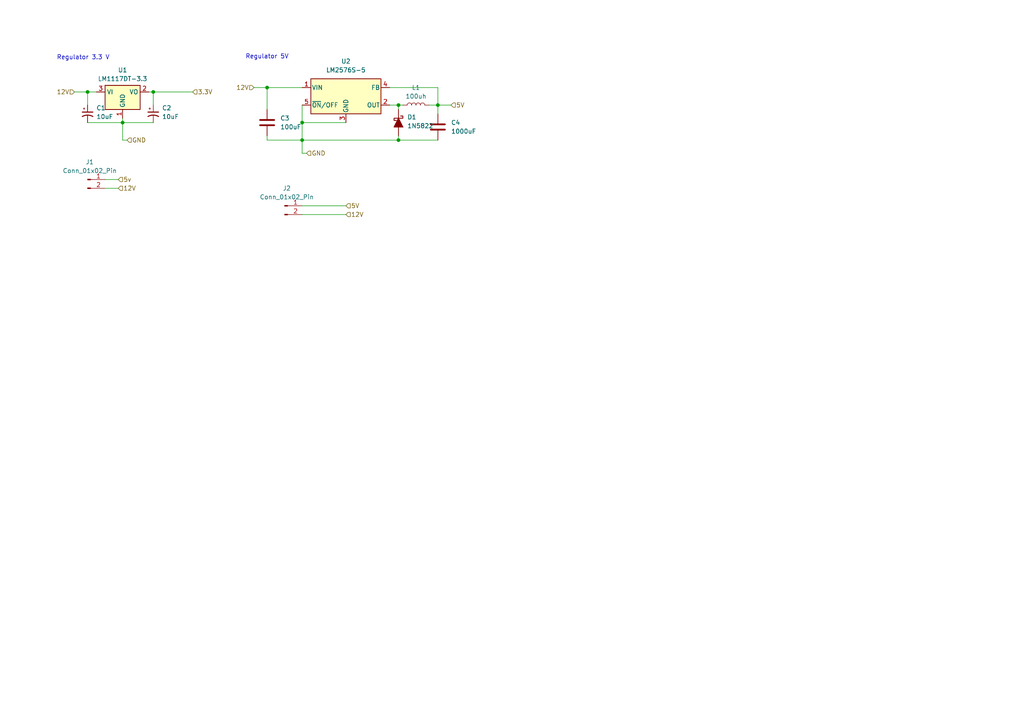
<source format=kicad_sch>
(kicad_sch (version 20231120) (generator "eeschema") (generator_version "8.0")
  (paper "A4")
  (lib_symbols
    (symbol "Connector:Conn_01x02_Pin" (pin_names (offset 1.016) hide)
      (property "Reference" "J" (at 0 2.54 0))
      (property "Value" "Conn_01x02_Pin" (at 0 -5.08 0))
      (symbol "Conn_01x02_Pin_1_1"
        (polyline (pts (xy 1.27 -2.54) (xy 0.8636 -2.54)) (stroke (width 0.1524)))
        (polyline (pts (xy 1.27 0) (xy 0.8636 0)) (stroke (width 0.1524)))
        (rectangle (start 0.8636 -2.413) (end 0 -2.667) (stroke (width 0.1524)) (fill (type outline)))
        (rectangle (start 0.8636 0.127) (end 0 -0.127) (stroke (width 0.1524)) (fill (type outline)))
        (pin passive line (at 5.08 0 180) (length 3.81) (name "Pin_1") (number "1"))
        (pin passive line (at 5.08 -2.54 180) (length 3.81) (name "Pin_2") (number "2"))
      )
    )
    (symbol "Device:C" (pin_numbers hide) (pin_names (offset 0.254))
      (property "Reference" "C" (at 0.635 2.54 0))
      (property "Value" "C" (at 0.635 -2.54 0))
      (symbol "C_0_1"
        (polyline (pts (xy -2.032 -0.762) (xy 2.032 -0.762)) (stroke (width 0.508)))
        (polyline (pts (xy -2.032 0.762) (xy 2.032 0.762)) (stroke (width 0.508)))
      )
      (symbol "C_1_1"
        (pin passive line (at 0 3.81 270) (length 2.794) (name "~") (number "1"))
        (pin passive line (at 0 -3.81 90) (length 2.794) (name "~") (number "2"))
      )
    )
    (symbol "Device:C_Polarized_Small_US" (pin_numbers hide) (pin_names (offset 0.254) hide)
      (property "Reference" "C" (at 0.254 1.778 0))
      (property "Value" "C_Polarized_Small_US" (at 0.254 -2.032 0))
      (symbol "C_Polarized_Small_US_0_1"
        (polyline (pts (xy -1.524 0.508) (xy 1.524 0.508)) (stroke (width 0.3048)))
        (polyline (pts (xy -1.27 1.524) (xy -0.762 1.524)))
        (polyline (pts (xy -1.016 1.27) (xy -1.016 1.778)))
        (arc (start 1.524 -0.762) (mid 0 -0.3734) (end -1.524 -0.762) (stroke (width 0.3048)))
      )
      (symbol "C_Polarized_Small_US_1_1"
        (pin passive line (at 0 2.54 270) (length 2.032) (name "~") (number "1"))
        (pin passive line (at 0 -2.54 90) (length 2.032) (name "~") (number "2"))
      )
    )
    (symbol "Device:D_Schottky_Filled" (pin_numbers hide) (pin_names (offset 1.016) hide)
      (property "Reference" "D" (at 0 2.54 0))
      (property "Value" "D_Schottky_Filled" (at 0 -2.54 0))
      (symbol "D_Schottky_Filled_0_1"
        (polyline (pts (xy 1.27 0) (xy -1.27 0)))
        (polyline (pts (xy 1.27 1.27) (xy 1.27 -1.27) (xy -1.27 0) (xy 1.27 1.27)) (stroke (width 0.254)) (fill (type outline)))
        (polyline (pts (xy -1.905 0.635) (xy -1.905 1.27) (xy -1.27 1.27) (xy -1.27 -1.27) (xy -0.635 -1.27) (xy -0.635 -0.635)) (stroke (width 0.254)))
      )
      (symbol "D_Schottky_Filled_1_1"
        (pin passive line (at -3.81 0 0) (length 2.54) (name "K") (number "1"))
        (pin passive line (at 3.81 0 180) (length 2.54) (name "A") (number "2"))
      )
    )
    (symbol "Device:L" (pin_numbers hide) (pin_names (offset 1.016) hide)
      (property "Reference" "L" (at -1.27 0 90))
      (property "Value" "L" (at 1.905 0 90))
      (symbol "L_0_1"
        (arc (start 0 -2.54) (mid 0.6323 -1.905) (end 0 -1.27))
        (arc (start 0 -1.27) (mid 0.6323 -0.635) (end 0 0))
        (arc (start 0 0) (mid 0.6323 0.635) (end 0 1.27))
        (arc (start 0 1.27) (mid 0.6323 1.905) (end 0 2.54))
      )
      (symbol "L_1_1"
        (pin passive line (at 0 3.81 270) (length 1.27) (name "1") (number "1"))
        (pin passive line (at 0 -3.81 90) (length 1.27) (name "2") (number "2"))
      )
    )
    (symbol "Regulator_Linear:LM1117DT-3.3"
      (property "Reference" "U" (at -3.81 3.175 0))
      (property "Value" "LM1117DT-3.3" (at 0 3.175 0))
      (symbol "LM1117DT-3.3_0_1"
        (rectangle (start -5.08 -5.08) (end 5.08 1.905) (stroke (width 0.254)) (fill (type background)))
      )
      (symbol "LM1117DT-3.3_1_1"
        (pin power_in line (at 0 -7.62 90) (length 2.54) (name "GND") (number "1"))
        (pin power_out line (at 7.62 0 180) (length 2.54) (name "VO") (number "2"))
        (pin power_in line (at -7.62 0 0) (length 2.54) (name "VI") (number "3"))
      )
    )
    (symbol "Regulator_Switching:LM2576S-5" (pin_names (offset 0.254))
      (property "Reference" "U" (at -10.16 6.35 0))
      (property "Value" "LM2576S-5" (at 0 6.35 0))
      (symbol "LM2576S-5_0_1"
        (rectangle (start -10.16 5.08) (end 10.16 -5.08) (stroke (width 0.254)) (fill (type background)))
      )
      (symbol "LM2576S-5_1_1"
        (pin power_in line (at -12.7 2.54 0) (length 2.54) (name "VIN") (number "1"))
        (pin output line (at 12.7 -2.54 180) (length 2.54) (name "OUT") (number "2"))
        (pin power_in line (at 0 -7.62 90) (length 2.54) (name "GND") (number "3"))
        (pin input line (at 12.7 2.54 180) (length 2.54) (name "FB") (number "4"))
        (pin input line (at -12.7 -2.54 0) (length 2.54) (name "~{ON}/OFF") (number "5"))
      )
    )
  )
  (junction (at 25.4 26.67))
  (junction (at 35.56 35.56))
  (junction (at 115.57 30.48))
  (junction (at 127 30.48))
  (junction (at 87.63 35.56))
  (junction (at 87.63 40.64))
  (junction (at 44.45 26.67))
  (junction (at 77.47 25.4))
  (junction (at 115.57 40.64))
  (wire (pts (xy 88.9 44.45) (xy 87.63 44.45)))
  (wire (pts (xy 73.66 25.4) (xy 77.47 25.4)))
  (wire (pts (xy 87.63 62.23) (xy 100.33 62.23)))
  (wire (pts (xy 127 25.4) (xy 127 30.48)))
  (wire (pts (xy 115.57 39.37) (xy 115.57 40.64)))
  (wire (pts (xy 115.57 30.48) (xy 115.57 31.75)))
  (wire (pts (xy 43.18 26.67) (xy 44.45 26.67)))
  (wire (pts (xy 25.4 26.67) (xy 25.4 30.48)))
  (wire (pts (xy 87.63 30.48) (xy 87.63 35.56)))
  (wire (pts (xy 77.47 39.37) (xy 77.47 40.64)))
  (wire (pts (xy 35.56 35.56) (xy 35.56 40.64)))
  (wire (pts (xy 124.46 30.48) (xy 127 30.48)))
  (wire (pts (xy 35.56 35.56) (xy 44.45 35.56)))
  (wire (pts (xy 25.4 26.67) (xy 27.94 26.67)))
  (wire (pts (xy 127 30.48) (xy 130.81 30.48)))
  (wire (pts (xy 25.4 35.56) (xy 35.56 35.56)))
  (wire (pts (xy 115.57 40.64) (xy 127 40.64)))
  (wire (pts (xy 30.48 52.07) (xy 34.29 52.07)))
  (wire (pts (xy 87.63 40.64) (xy 115.57 40.64)))
  (wire (pts (xy 115.57 30.48) (xy 116.84 30.48)))
  (wire (pts (xy 87.63 59.69) (xy 100.33 59.69)))
  (wire (pts (xy 87.63 35.56) (xy 100.33 35.56)))
  (wire (pts (xy 35.56 34.29) (xy 35.56 35.56)))
  (wire (pts (xy 127 30.48) (xy 127 33.02)))
  (wire (pts (xy 77.47 40.64) (xy 87.63 40.64)))
  (wire (pts (xy 87.63 35.56) (xy 87.63 40.64)))
  (wire (pts (xy 44.45 26.67) (xy 55.88 26.67)))
  (wire (pts (xy 30.48 54.61) (xy 34.29 54.61)))
  (wire (pts (xy 113.03 30.48) (xy 115.57 30.48)))
  (wire (pts (xy 77.47 25.4) (xy 87.63 25.4)))
  (wire (pts (xy 44.45 26.67) (xy 44.45 30.48)))
  (wire (pts (xy 113.03 25.4) (xy 127 25.4)))
  (wire (pts (xy 21.59 26.67) (xy 25.4 26.67)))
  (wire (pts (xy 77.47 25.4) (xy 77.47 31.75)))
  (wire (pts (xy 36.83 40.64) (xy 35.56 40.64)))
  (wire (pts (xy 87.63 40.64) (xy 87.63 44.45)))
  (text "Regulator 3.3 V" (at 24.13 16.764 0) (effects (font (size 1.27 1.27))))
  (text "Regulator 5V" (at 77.47 16.51 0) (effects (font (size 1.27 1.27))))
  (hierarchical_label "5v" (shape input) (at 34.29 52.07 0))
  (hierarchical_label "12V" (shape input) (at 34.29 54.61 0))
  (hierarchical_label "12V" (shape input) (at 100.33 62.23 0))
  (hierarchical_label "5V" (shape input) (at 100.33 59.69 0))
  (hierarchical_label "GND" (shape input) (at 88.9 44.45 0))
  (hierarchical_label "5V" (shape input) (at 130.81 30.48 0))
  (hierarchical_label "12V" (shape input) (at 21.59 26.67 180))
  (hierarchical_label "GND" (shape input) (at 36.83 40.64 0))
  (hierarchical_label "12V" (shape input) (at 73.66 25.4 180))
  (hierarchical_label "3.3V" (shape input) (at 55.88 26.67 0))
  (symbol (lib_id "Device:C") (at 77.47 35.56 0) (unit 1)
    (property "Reference" "C3" (at 81.28 34.2899 0) (effects (justify left)))
    (property "Value" "100uF" (at 81.28 36.8299 0) (effects (justify left)))
    (property "Footprint" "Capacitor_SMD:C_Elec_3x5.4" (effects (hide yes)))
    (property "Description" "Unpolarized capacitor" (effects (hide yes)))
  )
  (symbol (lib_id "Device:C_Polarized_Small_US") (at 44.45 33.02 0) (unit 1)
    (property "Reference" "C2" (at 46.99 31.3181 0) (effects (justify left)))
    (property "Value" "10uF" (at 46.99 33.8581 0) (effects (justify left)))
    (property "Footprint" "Capacitor_SMD:CP_Elec_3x5.3" (effects (hide yes)))
    (property "Description" "Polarized capacitor, small US symbol" (effects (hide yes)))
  )
  (symbol (lib_id "Device:L") (at 120.65 30.48 90) (unit 1)
    (property "Reference" "L1" (at 120.65 25.4 90))
    (property "Value" "100uh" (at 120.65 27.94 90))
    (property "Footprint" "Inductor_SMD:L_6.3x6.3_H3" (effects (hide yes)))
    (property "Description" "Inductor" (effects (hide yes)))
  )
  (symbol (lib_id "Regulator_Linear:LM1117DT-3.3") (at 35.56 26.67 0) (unit 1)
    (property "Reference" "U1" (at 35.56 20.32 0))
    (property "Value" "LM1117DT-3.3" (at 35.56 22.86 0))
    (property "Footprint" "Package_TO_SOT_SMD:TO-252-2" (effects (hide yes)))
    (property "Datasheet" "http://www.ti.com/lit/ds/symlink/lm1117.pdf" (effects (hide yes)))
    (property "Description" "800mA Low-Dropout Linear Regulator, 3.3V fixed output, TO-252" (effects (hide yes)))
  )
  (symbol (lib_id "Regulator_Switching:LM2576S-5") (at 100.33 27.94 0) (unit 1)
    (property "Reference" "U2" (at 100.33 17.78 0))
    (property "Value" "LM2576S-5" (at 100.33 20.32 0))
    (property "Footprint" "Package_TO_SOT_SMD:TO-263-5_TabPin3" (effects (hide yes)))
    (property "Datasheet" "http://www.ti.com/lit/ds/symlink/lm2576.pdf" (effects (hide yes)))
    (property "Description" "5V, 3A SIMPLE SWITCHER® Step-Down Voltage Regulator, TO-263" (effects (hide yes)))
  )
  (symbol (lib_id "Device:C") (at 127 36.83 0) (unit 1)
    (property "Reference" "C4" (at 130.81 35.5599 0) (effects (justify left)))
    (property "Value" "1000uF" (at 130.81 38.0999 0) (effects (justify left)))
    (property "Footprint" "Capacitor_SMD:CP_Elec_3x5.3" (effects (hide yes)))
    (property "Description" "Unpolarized capacitor" (effects (hide yes)))
  )
  (symbol (lib_id "Device:C_Polarized_Small_US") (at 25.4 33.02 0) (unit 1)
    (property "Reference" "C1" (at 27.94 31.3181 0) (effects (justify left)))
    (property "Value" "10uF" (at 27.94 33.8581 0) (effects (justify left)))
    (property "Footprint" "Capacitor_SMD:CP_Elec_3x5.3" (effects (hide yes)))
    (property "Description" "Polarized capacitor, small US symbol" (effects (hide yes)))
  )
  (symbol (lib_id "Connector:Conn_01x02_Pin") (at 82.55 59.69 0) (unit 1)
    (property "Reference" "J2" (at 83.185 54.61 0))
    (property "Value" "Conn_01x02_Pin" (at 83.185 57.15 0))
    (property "Footprint" "Connector:JWT_A3963_1x02_P3.96mm_Vertical" (effects (hide yes)))
    (property "Description" "Generic connector, single row, 01x02, script generated" (effects (hide yes)))
  )
  (symbol (lib_id "Device:D_Schottky_Filled") (at 115.57 35.56 270) (unit 1)
    (property "Reference" "D1" (at 118.11 33.9724 90) (effects (justify left)))
    (property "Value" "1N5822" (at 118.11 36.5124 90) (effects (justify left)))
    (property "Footprint" "Diode_SMD:D_0201_0603Metric" (effects (hide yes)))
    (property "Description" "Schottky diode, filled shape" (effects (hide yes)))
  )
  (symbol (lib_id "Connector:Conn_01x02_Pin") (at 25.4 52.07 0) (unit 1)
    (property "Reference" "J1" (at 26.035 46.99 0))
    (property "Value" "Conn_01x02_Pin" (at 26.035 49.53 0))
    (property "Footprint" "Connector:JWT_A3963_1x02_P3.96mm_Vertical" (effects (hide yes)))
    (property "Description" "Generic connector, single row, 01x02, script generated" (effects (hide yes)))
  )
)
</source>
